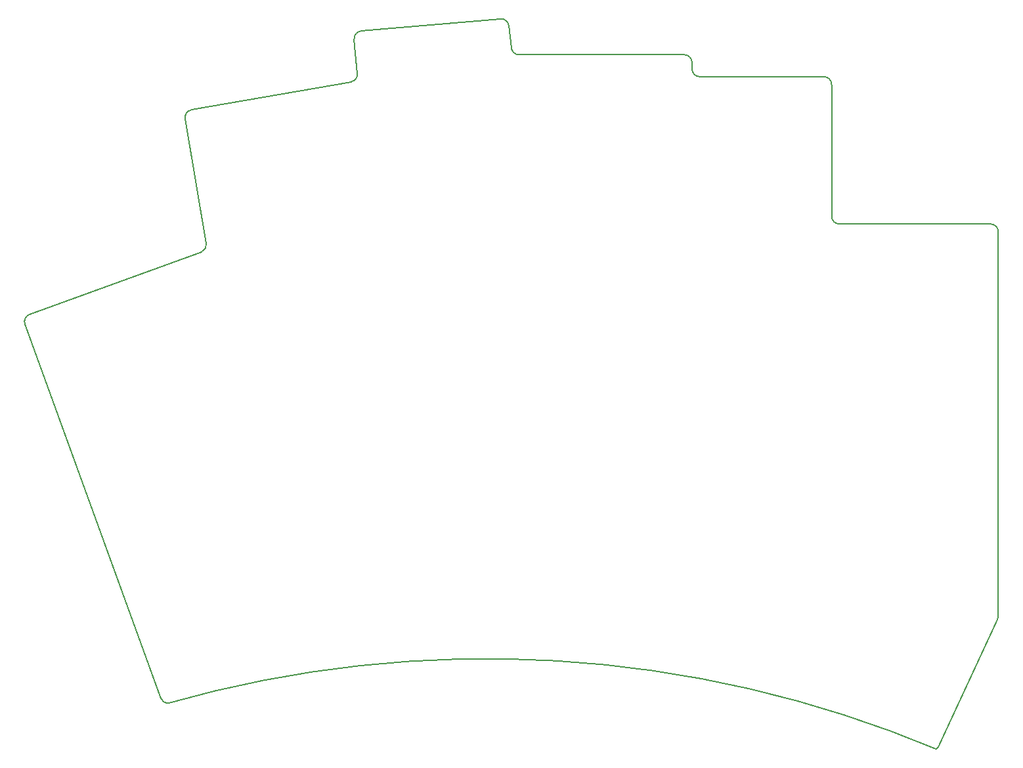
<source format=gbr>
%TF.GenerationSoftware,KiCad,Pcbnew,7.0.2-0*%
%TF.CreationDate,2023-07-16T18:15:17+02:00*%
%TF.ProjectId,lambbt_finished,6c616d62-6274-45f6-9669-6e6973686564,v1.0.0*%
%TF.SameCoordinates,Original*%
%TF.FileFunction,Profile,NP*%
%FSLAX46Y46*%
G04 Gerber Fmt 4.6, Leading zero omitted, Abs format (unit mm)*
G04 Created by KiCad (PCBNEW 7.0.2-0) date 2023-07-16 18:15:17*
%MOMM*%
%LPD*%
G01*
G04 APERTURE LIST*
%TA.AperFunction,Profile*%
%ADD10C,0.150000*%
%TD*%
G04 APERTURE END LIST*
D10*
X190980515Y-80993440D02*
G75*
G03*
X191974078Y-81880483I993585J112940D01*
G01*
X231281328Y-84713817D02*
X215281331Y-84713816D01*
X190980479Y-80993444D02*
X190655039Y-78130999D01*
X128266158Y-116650054D02*
X145827306Y-164898907D01*
X151008853Y-107308163D02*
G75*
G03*
X151652734Y-106201080I-341953J939663D01*
G01*
X213281330Y-81880488D02*
X191974079Y-81880482D01*
X245792395Y-171446579D02*
G75*
G03*
X246023908Y-171131227I-674695J737979D01*
G01*
X145827313Y-164898904D02*
G75*
G03*
X146635057Y-165548146I939687J342004D01*
G01*
X170715246Y-79908002D02*
X171126938Y-84288636D01*
X214281329Y-83713815D02*
X214281325Y-82880482D01*
X214281285Y-83713815D02*
G75*
G03*
X215281328Y-84713815I1000015J15D01*
G01*
X170304976Y-85367011D02*
X149738235Y-88993480D01*
X232281285Y-85713818D02*
G75*
G03*
X231281328Y-84713815I-999985J18D01*
G01*
X253671787Y-154730304D02*
G75*
G03*
X253765475Y-154307688I-906287J422604D01*
G01*
X245792410Y-171446599D02*
G75*
G03*
X146635057Y-165548147I-57983370J-138339911D01*
G01*
X128863805Y-115368274D02*
G75*
G03*
X128266159Y-116650054I342095J-939726D01*
G01*
X232281325Y-102713374D02*
G75*
G03*
X233281765Y-103713375I999975J-26D01*
G01*
X189574287Y-77247772D02*
X171623702Y-78818245D01*
X148926001Y-90145724D02*
X151652734Y-106201080D01*
X214281313Y-82880482D02*
G75*
G03*
X213281331Y-81880487I-1000013J-18D01*
G01*
X149738235Y-88993481D02*
G75*
G03*
X148926002Y-90145729I173665J-984819D01*
G01*
X253765476Y-154307688D02*
X253765476Y-104704820D01*
X171623695Y-78818165D02*
G75*
G03*
X170715246Y-79908002I87205J-996235D01*
G01*
X253765479Y-104704820D02*
G75*
G03*
X252765035Y-103704821I-999979J20D01*
G01*
X170304979Y-85367029D02*
G75*
G03*
X171126939Y-84288637I-173679J984829D01*
G01*
X252765035Y-103704820D02*
X233281769Y-103713378D01*
X151008868Y-107308203D02*
X128863829Y-115368339D01*
X246023908Y-171131227D02*
X253671784Y-154730303D01*
X190655026Y-78131000D02*
G75*
G03*
X189574288Y-77247770I-993626J-113000D01*
G01*
X232281329Y-102713374D02*
X232281328Y-85713818D01*
M02*

</source>
